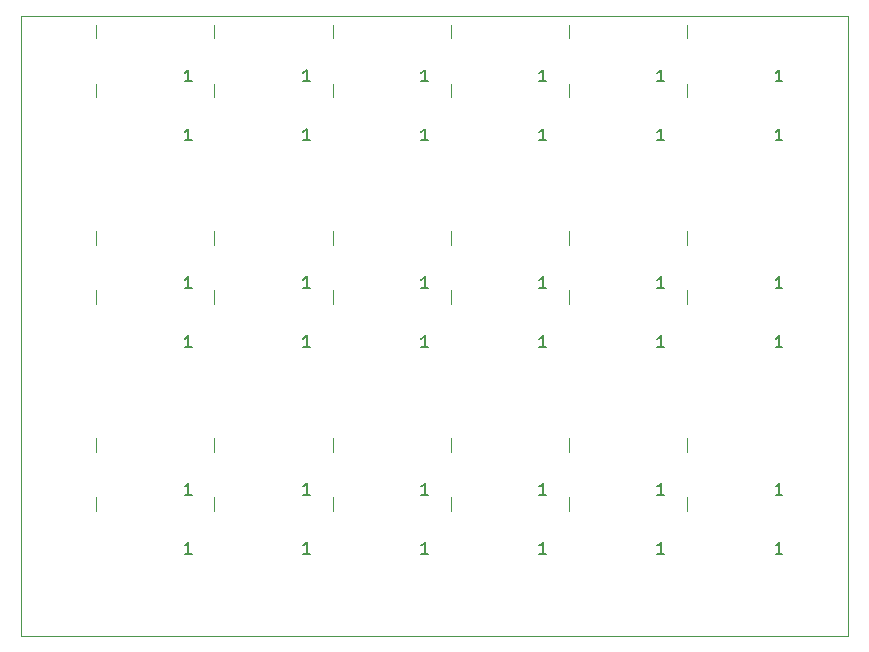
<source format=gbr>
G04 #@! TF.GenerationSoftware,KiCad,Pcbnew,5.1.10-88a1d61d58~90~ubuntu21.04.1*
G04 #@! TF.CreationDate,2021-10-15T10:00:42+02:00*
G04 #@! TF.ProjectId,IndicatorLeds,496e6469-6361-4746-9f72-4c6564732e6b,rev?*
G04 #@! TF.SameCoordinates,Original*
G04 #@! TF.FileFunction,Legend,Top*
G04 #@! TF.FilePolarity,Positive*
%FSLAX46Y46*%
G04 Gerber Fmt 4.6, Leading zero omitted, Abs format (unit mm)*
G04 Created by KiCad (PCBNEW 5.1.10-88a1d61d58~90~ubuntu21.04.1) date 2021-10-15 10:00:42*
%MOMM*%
%LPD*%
G01*
G04 APERTURE LIST*
G04 #@! TA.AperFunction,Profile*
%ADD10C,0.100000*%
G04 #@! TD*
%ADD11C,0.120000*%
%ADD12C,0.150000*%
G04 APERTURE END LIST*
D10*
X45000000Y-49999000D02*
X110000000Y-49999000D01*
X45000000Y-102501000D02*
X45000000Y-49999000D01*
X115001000Y-102501000D02*
X45000000Y-102501000D01*
X115001000Y-49999000D02*
X115001000Y-102501000D01*
X110000000Y-49999000D02*
X115001000Y-49999000D01*
D11*
G04 #@! TO.C,D1*
X101350026Y-90750011D02*
X101350026Y-91900011D01*
G04 #@! TO.C,D2*
X101350026Y-85750011D02*
X101350026Y-86900011D01*
G04 #@! TO.C,D1*
X91350021Y-90750011D02*
X91350021Y-91900011D01*
G04 #@! TO.C,D2*
X91350021Y-85750011D02*
X91350021Y-86900011D01*
G04 #@! TO.C,D1*
X81350016Y-90750011D02*
X81350016Y-91900011D01*
G04 #@! TO.C,D2*
X81350016Y-85750011D02*
X81350016Y-86900011D01*
G04 #@! TO.C,D1*
X71350011Y-90750011D02*
X71350011Y-91900011D01*
G04 #@! TO.C,D2*
X71350011Y-85750011D02*
X71350011Y-86900011D01*
G04 #@! TO.C,D1*
X61350006Y-90750011D02*
X61350006Y-91900011D01*
G04 #@! TO.C,D2*
X61350006Y-85750011D02*
X61350006Y-86900011D01*
G04 #@! TO.C,D1*
X51350001Y-90750011D02*
X51350001Y-91900011D01*
G04 #@! TO.C,D2*
X51350001Y-85750011D02*
X51350001Y-86900011D01*
G04 #@! TO.C,D1*
X101350026Y-73250006D02*
X101350026Y-74400006D01*
G04 #@! TO.C,D2*
X101350026Y-68250006D02*
X101350026Y-69400006D01*
G04 #@! TO.C,D1*
X91350021Y-73250006D02*
X91350021Y-74400006D01*
G04 #@! TO.C,D2*
X91350021Y-68250006D02*
X91350021Y-69400006D01*
G04 #@! TO.C,D1*
X81350016Y-73250006D02*
X81350016Y-74400006D01*
G04 #@! TO.C,D2*
X81350016Y-68250006D02*
X81350016Y-69400006D01*
G04 #@! TO.C,D1*
X71350011Y-73250006D02*
X71350011Y-74400006D01*
G04 #@! TO.C,D2*
X71350011Y-68250006D02*
X71350011Y-69400006D01*
G04 #@! TO.C,D1*
X61350006Y-73250006D02*
X61350006Y-74400006D01*
G04 #@! TO.C,D2*
X61350006Y-68250006D02*
X61350006Y-69400006D01*
G04 #@! TO.C,D1*
X51350001Y-73250006D02*
X51350001Y-74400006D01*
G04 #@! TO.C,D2*
X51350001Y-68250006D02*
X51350001Y-69400006D01*
G04 #@! TO.C,D1*
X101350026Y-55750001D02*
X101350026Y-56900001D01*
G04 #@! TO.C,D2*
X101350026Y-50750001D02*
X101350026Y-51900001D01*
G04 #@! TO.C,D1*
X91350021Y-55750001D02*
X91350021Y-56900001D01*
G04 #@! TO.C,D2*
X91350021Y-50750001D02*
X91350021Y-51900001D01*
G04 #@! TO.C,D1*
X81350016Y-55750001D02*
X81350016Y-56900001D01*
G04 #@! TO.C,D2*
X81350016Y-50750001D02*
X81350016Y-51900001D01*
G04 #@! TO.C,D1*
X71350011Y-55750001D02*
X71350011Y-56900001D01*
G04 #@! TO.C,D2*
X71350011Y-50750001D02*
X71350011Y-51900001D01*
G04 #@! TO.C,D1*
X61350006Y-55750001D02*
X61350006Y-56900001D01*
G04 #@! TO.C,D2*
X61350006Y-50750001D02*
X61350006Y-51900001D01*
G04 #@! TO.C,D1*
X51350001Y-55750001D02*
X51350001Y-56900001D01*
G04 #@! TO.C,D2*
X51350001Y-50750001D02*
X51350001Y-51900001D01*
G04 #@! TD*
G04 #@! TO.C,D1*
D12*
X109435740Y-95552391D02*
X108864311Y-95552391D01*
X109150026Y-95552391D02*
X109150026Y-94552391D01*
X109054787Y-94695249D01*
X108959549Y-94790487D01*
X108864311Y-94838106D01*
G04 #@! TO.C,D2*
X109435740Y-90552391D02*
X108864311Y-90552391D01*
X109150026Y-90552391D02*
X109150026Y-89552391D01*
X109054787Y-89695249D01*
X108959549Y-89790487D01*
X108864311Y-89838106D01*
G04 #@! TO.C,D1*
X99435735Y-95552391D02*
X98864306Y-95552391D01*
X99150021Y-95552391D02*
X99150021Y-94552391D01*
X99054782Y-94695249D01*
X98959544Y-94790487D01*
X98864306Y-94838106D01*
G04 #@! TO.C,D2*
X99435735Y-90552391D02*
X98864306Y-90552391D01*
X99150021Y-90552391D02*
X99150021Y-89552391D01*
X99054782Y-89695249D01*
X98959544Y-89790487D01*
X98864306Y-89838106D01*
G04 #@! TO.C,D1*
X89435730Y-95552391D02*
X88864301Y-95552391D01*
X89150016Y-95552391D02*
X89150016Y-94552391D01*
X89054777Y-94695249D01*
X88959539Y-94790487D01*
X88864301Y-94838106D01*
G04 #@! TO.C,D2*
X89435730Y-90552391D02*
X88864301Y-90552391D01*
X89150016Y-90552391D02*
X89150016Y-89552391D01*
X89054777Y-89695249D01*
X88959539Y-89790487D01*
X88864301Y-89838106D01*
G04 #@! TO.C,D1*
X79435725Y-95552391D02*
X78864296Y-95552391D01*
X79150011Y-95552391D02*
X79150011Y-94552391D01*
X79054772Y-94695249D01*
X78959534Y-94790487D01*
X78864296Y-94838106D01*
G04 #@! TO.C,D2*
X79435725Y-90552391D02*
X78864296Y-90552391D01*
X79150011Y-90552391D02*
X79150011Y-89552391D01*
X79054772Y-89695249D01*
X78959534Y-89790487D01*
X78864296Y-89838106D01*
G04 #@! TO.C,D1*
X69435720Y-95552391D02*
X68864291Y-95552391D01*
X69150006Y-95552391D02*
X69150006Y-94552391D01*
X69054767Y-94695249D01*
X68959529Y-94790487D01*
X68864291Y-94838106D01*
G04 #@! TO.C,D2*
X69435720Y-90552391D02*
X68864291Y-90552391D01*
X69150006Y-90552391D02*
X69150006Y-89552391D01*
X69054767Y-89695249D01*
X68959529Y-89790487D01*
X68864291Y-89838106D01*
G04 #@! TO.C,D1*
X59435715Y-95552391D02*
X58864286Y-95552391D01*
X59150001Y-95552391D02*
X59150001Y-94552391D01*
X59054762Y-94695249D01*
X58959524Y-94790487D01*
X58864286Y-94838106D01*
G04 #@! TO.C,D2*
X59435715Y-90552391D02*
X58864286Y-90552391D01*
X59150001Y-90552391D02*
X59150001Y-89552391D01*
X59054762Y-89695249D01*
X58959524Y-89790487D01*
X58864286Y-89838106D01*
G04 #@! TO.C,D1*
X109435740Y-78052386D02*
X108864311Y-78052386D01*
X109150026Y-78052386D02*
X109150026Y-77052386D01*
X109054787Y-77195244D01*
X108959549Y-77290482D01*
X108864311Y-77338101D01*
G04 #@! TO.C,D2*
X109435740Y-73052386D02*
X108864311Y-73052386D01*
X109150026Y-73052386D02*
X109150026Y-72052386D01*
X109054787Y-72195244D01*
X108959549Y-72290482D01*
X108864311Y-72338101D01*
G04 #@! TO.C,D1*
X99435735Y-78052386D02*
X98864306Y-78052386D01*
X99150021Y-78052386D02*
X99150021Y-77052386D01*
X99054782Y-77195244D01*
X98959544Y-77290482D01*
X98864306Y-77338101D01*
G04 #@! TO.C,D2*
X99435735Y-73052386D02*
X98864306Y-73052386D01*
X99150021Y-73052386D02*
X99150021Y-72052386D01*
X99054782Y-72195244D01*
X98959544Y-72290482D01*
X98864306Y-72338101D01*
G04 #@! TO.C,D1*
X89435730Y-78052386D02*
X88864301Y-78052386D01*
X89150016Y-78052386D02*
X89150016Y-77052386D01*
X89054777Y-77195244D01*
X88959539Y-77290482D01*
X88864301Y-77338101D01*
G04 #@! TO.C,D2*
X89435730Y-73052386D02*
X88864301Y-73052386D01*
X89150016Y-73052386D02*
X89150016Y-72052386D01*
X89054777Y-72195244D01*
X88959539Y-72290482D01*
X88864301Y-72338101D01*
G04 #@! TO.C,D1*
X79435725Y-78052386D02*
X78864296Y-78052386D01*
X79150011Y-78052386D02*
X79150011Y-77052386D01*
X79054772Y-77195244D01*
X78959534Y-77290482D01*
X78864296Y-77338101D01*
G04 #@! TO.C,D2*
X79435725Y-73052386D02*
X78864296Y-73052386D01*
X79150011Y-73052386D02*
X79150011Y-72052386D01*
X79054772Y-72195244D01*
X78959534Y-72290482D01*
X78864296Y-72338101D01*
G04 #@! TO.C,D1*
X69435720Y-78052386D02*
X68864291Y-78052386D01*
X69150006Y-78052386D02*
X69150006Y-77052386D01*
X69054767Y-77195244D01*
X68959529Y-77290482D01*
X68864291Y-77338101D01*
G04 #@! TO.C,D2*
X69435720Y-73052386D02*
X68864291Y-73052386D01*
X69150006Y-73052386D02*
X69150006Y-72052386D01*
X69054767Y-72195244D01*
X68959529Y-72290482D01*
X68864291Y-72338101D01*
G04 #@! TO.C,D1*
X59435715Y-78052386D02*
X58864286Y-78052386D01*
X59150001Y-78052386D02*
X59150001Y-77052386D01*
X59054762Y-77195244D01*
X58959524Y-77290482D01*
X58864286Y-77338101D01*
G04 #@! TO.C,D2*
X59435715Y-73052386D02*
X58864286Y-73052386D01*
X59150001Y-73052386D02*
X59150001Y-72052386D01*
X59054762Y-72195244D01*
X58959524Y-72290482D01*
X58864286Y-72338101D01*
G04 #@! TO.C,D1*
X109435740Y-60552381D02*
X108864311Y-60552381D01*
X109150026Y-60552381D02*
X109150026Y-59552381D01*
X109054787Y-59695239D01*
X108959549Y-59790477D01*
X108864311Y-59838096D01*
G04 #@! TO.C,D2*
X109435740Y-55552381D02*
X108864311Y-55552381D01*
X109150026Y-55552381D02*
X109150026Y-54552381D01*
X109054787Y-54695239D01*
X108959549Y-54790477D01*
X108864311Y-54838096D01*
G04 #@! TO.C,D1*
X99435735Y-60552381D02*
X98864306Y-60552381D01*
X99150021Y-60552381D02*
X99150021Y-59552381D01*
X99054782Y-59695239D01*
X98959544Y-59790477D01*
X98864306Y-59838096D01*
G04 #@! TO.C,D2*
X99435735Y-55552381D02*
X98864306Y-55552381D01*
X99150021Y-55552381D02*
X99150021Y-54552381D01*
X99054782Y-54695239D01*
X98959544Y-54790477D01*
X98864306Y-54838096D01*
G04 #@! TO.C,D1*
X89435730Y-60552381D02*
X88864301Y-60552381D01*
X89150016Y-60552381D02*
X89150016Y-59552381D01*
X89054777Y-59695239D01*
X88959539Y-59790477D01*
X88864301Y-59838096D01*
G04 #@! TO.C,D2*
X89435730Y-55552381D02*
X88864301Y-55552381D01*
X89150016Y-55552381D02*
X89150016Y-54552381D01*
X89054777Y-54695239D01*
X88959539Y-54790477D01*
X88864301Y-54838096D01*
G04 #@! TO.C,D1*
X79435725Y-60552381D02*
X78864296Y-60552381D01*
X79150011Y-60552381D02*
X79150011Y-59552381D01*
X79054772Y-59695239D01*
X78959534Y-59790477D01*
X78864296Y-59838096D01*
G04 #@! TO.C,D2*
X79435725Y-55552381D02*
X78864296Y-55552381D01*
X79150011Y-55552381D02*
X79150011Y-54552381D01*
X79054772Y-54695239D01*
X78959534Y-54790477D01*
X78864296Y-54838096D01*
G04 #@! TO.C,D1*
X69435720Y-60552381D02*
X68864291Y-60552381D01*
X69150006Y-60552381D02*
X69150006Y-59552381D01*
X69054767Y-59695239D01*
X68959529Y-59790477D01*
X68864291Y-59838096D01*
G04 #@! TO.C,D2*
X69435720Y-55552381D02*
X68864291Y-55552381D01*
X69150006Y-55552381D02*
X69150006Y-54552381D01*
X69054767Y-54695239D01*
X68959529Y-54790477D01*
X68864291Y-54838096D01*
G04 #@! TO.C,D1*
X59435715Y-60552381D02*
X58864286Y-60552381D01*
X59150001Y-60552381D02*
X59150001Y-59552381D01*
X59054762Y-59695239D01*
X58959524Y-59790477D01*
X58864286Y-59838096D01*
G04 #@! TO.C,D2*
X59435715Y-55552381D02*
X58864286Y-55552381D01*
X59150001Y-55552381D02*
X59150001Y-54552381D01*
X59054762Y-54695239D01*
X58959524Y-54790477D01*
X58864286Y-54838096D01*
G04 #@! TD*
M02*

</source>
